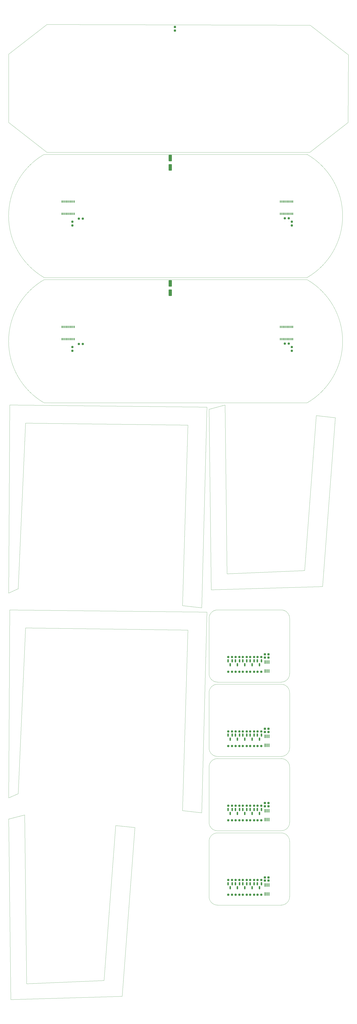
<source format=gbr>
%TF.GenerationSoftware,KiCad,Pcbnew,7.0.6-7.0.6~ubuntu20.04.1*%
%TF.CreationDate,2023-07-11T09:29:22+02:00*%
%TF.ProjectId,output_panel2023-07-11_072908.4244690000,6f757470-7574-45f7-9061-6e656c323032,rev?*%
%TF.SameCoordinates,Original*%
%TF.FileFunction,Paste,Bot*%
%TF.FilePolarity,Positive*%
%FSLAX45Y45*%
G04 Gerber Fmt 4.5, Leading zero omitted, Abs format (unit mm)*
G04 Created by KiCad (PCBNEW 7.0.6-7.0.6~ubuntu20.04.1) date 2023-07-11 09:29:22*
%MOMM*%
%LPD*%
G01*
G04 APERTURE LIST*
G04 Aperture macros list*
%AMRoundRect*
0 Rectangle with rounded corners*
0 $1 Rounding radius*
0 $2 $3 $4 $5 $6 $7 $8 $9 X,Y pos of 4 corners*
0 Add a 4 corners polygon primitive as box body*
4,1,4,$2,$3,$4,$5,$6,$7,$8,$9,$2,$3,0*
0 Add four circle primitives for the rounded corners*
1,1,$1+$1,$2,$3*
1,1,$1+$1,$4,$5*
1,1,$1+$1,$6,$7*
1,1,$1+$1,$8,$9*
0 Add four rect primitives between the rounded corners*
20,1,$1+$1,$2,$3,$4,$5,0*
20,1,$1+$1,$4,$5,$6,$7,0*
20,1,$1+$1,$6,$7,$8,$9,0*
20,1,$1+$1,$8,$9,$2,$3,0*%
G04 Aperture macros list end*
%TA.AperFunction,Profile*%
%ADD10C,0.100000*%
%TD*%
%TA.AperFunction,Profile*%
%ADD11C,0.050000*%
%TD*%
%ADD12RoundRect,0.237500X-0.250000X-0.237500X0.250000X-0.237500X0.250000X0.237500X-0.250000X0.237500X0*%
%ADD13RoundRect,0.150000X-0.150000X0.587500X-0.150000X-0.587500X0.150000X-0.587500X0.150000X0.587500X0*%
%ADD14R,0.400000X1.000000*%
%ADD15RoundRect,0.237500X0.300000X0.237500X-0.300000X0.237500X-0.300000X-0.237500X0.300000X-0.237500X0*%
%ADD16RoundRect,0.237500X0.237500X-0.250000X0.237500X0.250000X-0.237500X0.250000X-0.237500X-0.250000X0*%
%ADD17RoundRect,0.100000X-0.100000X0.712500X-0.100000X-0.712500X0.100000X-0.712500X0.100000X0.712500X0*%
%ADD18RoundRect,0.237500X0.250000X0.237500X-0.250000X0.237500X-0.250000X-0.237500X0.250000X-0.237500X0*%
%ADD19RoundRect,0.237500X-0.237500X0.300000X-0.237500X-0.300000X0.237500X-0.300000X0.237500X0.300000X0*%
%ADD20RoundRect,0.250000X-0.550000X1.250000X-0.550000X-1.250000X0.550000X-1.250000X0.550000X1.250000X0*%
G04 APERTURE END LIST*
D10*
X13299982Y-35019691D02*
X13299982Y-37619691D01*
D11*
X4549997Y-45067694D02*
X899996Y-45217694D01*
X99999Y-17969997D02*
X9399999Y-18069997D01*
D10*
X13299982Y-28019691D02*
X13299982Y-30619691D01*
D11*
X9149999Y-37169688D02*
X8249999Y-37069688D01*
D10*
X13299982Y-38519691D02*
X13299982Y-41119691D01*
X9899982Y-27619691D02*
X12899982Y-27619691D01*
D11*
X14123822Y-17870000D02*
G75*
G03*
X14123822Y-12070000I-1674316J2900000D01*
G01*
D10*
X12899982Y-34519692D02*
G75*
G03*
X13299982Y-34119691I-2J400002D01*
G01*
D11*
X49999Y-26819997D02*
X99999Y-17969997D01*
D10*
X16070000Y-1480000D02*
X16050000Y-4670000D01*
D11*
X1723822Y-12070000D02*
G75*
G03*
X1723822Y-17870000I1674316J-2900000D01*
G01*
D10*
X9499979Y-37619691D02*
G75*
G03*
X9899982Y-38019691I400001J1D01*
G01*
X1723822Y-6170000D02*
X14123822Y-6170000D01*
X1850000Y-50000D02*
X14270000Y-90000D01*
D11*
X49996Y-37467694D02*
X149997Y-45967694D01*
D10*
X9899982Y-34619691D02*
X12899982Y-34619691D01*
D11*
X899996Y-45217694D02*
X799996Y-37267694D01*
D10*
X9899982Y-38119692D02*
G75*
G03*
X9499982Y-38519691I-2J-399998D01*
G01*
D11*
X9399999Y-27719688D02*
X9149999Y-37169688D01*
D10*
X1850000Y-6070000D02*
X50000Y-4670000D01*
X13299979Y-38519691D02*
G75*
G03*
X12899982Y-38119691I-399999J1D01*
G01*
D11*
X499999Y-26619997D02*
X49999Y-26819997D01*
D10*
X14270000Y-90000D02*
X16070000Y-1480000D01*
X1723822Y-17870000D02*
X14123822Y-17870000D01*
X13299979Y-28019691D02*
G75*
G03*
X12899982Y-27619691I-399999J1D01*
G01*
X1723822Y-11970000D02*
X14123822Y-11970000D01*
X9899982Y-31119691D02*
X12899982Y-31119691D01*
D11*
X8499999Y-28569688D02*
X849999Y-28469688D01*
X849999Y-18819997D02*
X499999Y-26619997D01*
D10*
X14250000Y-6070000D02*
X1850000Y-6070000D01*
X1723822Y-12070000D02*
X14123822Y-12070000D01*
D11*
X14123822Y-11970000D02*
G75*
G03*
X14123822Y-6170000I-1674316J2900000D01*
G01*
D10*
X9899982Y-38119691D02*
X12899982Y-38119691D01*
X13299979Y-31519691D02*
G75*
G03*
X12899982Y-31119691I-399999J1D01*
G01*
D11*
X8249999Y-27419997D02*
X8499999Y-18919997D01*
D10*
X16050000Y-4670000D02*
X14250000Y-6070000D01*
X50000Y-1450000D02*
X1850000Y-50000D01*
X13299982Y-31519691D02*
X13299982Y-34119691D01*
X9499979Y-41119691D02*
G75*
G03*
X9899982Y-41519691I400001J1D01*
G01*
D11*
X10349978Y-25918311D02*
X10249978Y-17968311D01*
X9499978Y-18168311D02*
X9599978Y-26668311D01*
D10*
X13299979Y-35019691D02*
G75*
G03*
X12899982Y-34619691I-399999J1D01*
G01*
X9499979Y-30619691D02*
G75*
G03*
X9899982Y-31019691I400001J1D01*
G01*
X12899982Y-38019691D02*
X9899982Y-38019691D01*
D11*
X8249999Y-37069688D02*
X8499999Y-28569688D01*
X499999Y-36269688D02*
X49999Y-36469688D01*
D10*
X12899982Y-41519692D02*
G75*
G03*
X13299982Y-41119691I-2J400002D01*
G01*
D11*
X14549978Y-18468311D02*
X13999978Y-25768311D01*
X5399997Y-45817694D02*
X5999996Y-37867694D01*
X14849978Y-26518311D02*
X15449978Y-18568311D01*
X15449978Y-18568311D02*
X14549978Y-18468311D01*
D10*
X9499982Y-30619691D02*
X9499982Y-28019691D01*
D11*
X9149999Y-27519997D02*
X8249999Y-27419997D01*
D10*
X9499979Y-34119691D02*
G75*
G03*
X9899982Y-34519691I400001J1D01*
G01*
D11*
X13999978Y-25768311D02*
X10349978Y-25918311D01*
D10*
X9499982Y-37619691D02*
X9499982Y-35019691D01*
X9899982Y-34619692D02*
G75*
G03*
X9499982Y-35019691I-2J-399998D01*
G01*
X9899982Y-27619692D02*
G75*
G03*
X9499982Y-28019691I-2J-399998D01*
G01*
X9499982Y-34119691D02*
X9499982Y-31519691D01*
D11*
X49999Y-36469688D02*
X99999Y-27619688D01*
X99999Y-27619688D02*
X9399999Y-27719688D01*
X149997Y-45967694D02*
X5399997Y-45817694D01*
D10*
X12899982Y-34519691D02*
X9899982Y-34519691D01*
D11*
X1723822Y-6170000D02*
G75*
G03*
X1723822Y-11970000I1674316J-2900000D01*
G01*
X849999Y-28469688D02*
X499999Y-36269688D01*
D10*
X9899982Y-31119692D02*
G75*
G03*
X9499982Y-31519691I-2J-399998D01*
G01*
X12899982Y-31019692D02*
G75*
G03*
X13299982Y-30619691I-2J400002D01*
G01*
D11*
X8499999Y-18919997D02*
X849999Y-18819997D01*
D10*
X12899982Y-41519691D02*
X9899982Y-41519691D01*
D11*
X9399999Y-18069997D02*
X9149999Y-27519997D01*
D10*
X50000Y-4670000D02*
X50000Y-1450000D01*
X12899982Y-31019691D02*
X9899982Y-31019691D01*
D11*
X5099997Y-37767694D02*
X4549997Y-45067694D01*
X799996Y-37267694D02*
X49996Y-37467694D01*
D10*
X12899982Y-38019692D02*
G75*
G03*
X13299982Y-37619691I-2J400002D01*
G01*
D11*
X5999996Y-37867694D02*
X5099997Y-37767694D01*
X9599978Y-26668311D02*
X14849978Y-26518311D01*
D10*
X9499982Y-41119691D02*
X9499982Y-38519691D01*
D11*
X10249978Y-17968311D02*
X9499978Y-18168311D01*
D12*
X11093732Y-40339691D03*
X11276232Y-40339691D03*
X10748732Y-37529691D03*
X10931232Y-37529691D03*
X11093732Y-30529691D03*
X11276232Y-30529691D03*
D13*
X10399982Y-33515941D03*
X10589982Y-33515941D03*
X10494982Y-33703441D03*
D12*
X10403732Y-30529691D03*
X10586232Y-30529691D03*
D14*
X13447322Y-14870000D03*
X13382322Y-14870000D03*
X13317322Y-14870000D03*
X13252322Y-14870000D03*
X13187322Y-14870000D03*
X13122322Y-14870000D03*
X13057322Y-14870000D03*
X12992322Y-14870000D03*
X12927322Y-14870000D03*
X12862322Y-14870000D03*
X12862322Y-14290000D03*
X12927322Y-14290000D03*
X12992322Y-14290000D03*
X13057322Y-14290000D03*
X13122322Y-14290000D03*
X13187322Y-14290000D03*
X13252322Y-14290000D03*
X13317322Y-14290000D03*
X13382322Y-14290000D03*
X13447322Y-14290000D03*
D13*
X11434982Y-30015941D03*
X11624982Y-30015941D03*
X11529982Y-30203441D03*
X11434982Y-40515941D03*
X11624982Y-40515941D03*
X11529982Y-40703441D03*
D15*
X12301232Y-36864691D03*
X12128732Y-36864691D03*
D12*
X11438732Y-36839691D03*
X11621232Y-36839691D03*
D15*
X12301232Y-29864691D03*
X12128732Y-29864691D03*
D13*
X11089982Y-33515941D03*
X11279982Y-33515941D03*
X11184982Y-33703441D03*
D12*
X11783732Y-30529691D03*
X11966232Y-30529691D03*
D13*
X11779982Y-40515941D03*
X11969982Y-40515941D03*
X11874982Y-40703441D03*
X10399982Y-37015941D03*
X10589982Y-37015941D03*
X10494982Y-37203441D03*
D12*
X11438732Y-40339691D03*
X11621232Y-40339691D03*
D13*
X11089982Y-37015941D03*
X11279982Y-37015941D03*
X11184982Y-37203441D03*
D15*
X12301232Y-33364691D03*
X12128732Y-33364691D03*
D12*
X11093732Y-33339691D03*
X11276232Y-33339691D03*
D16*
X13404822Y-9521250D03*
X13404822Y-9338750D03*
D12*
X10748732Y-30529691D03*
X10931232Y-30529691D03*
D15*
X12301232Y-40364691D03*
X12128732Y-40364691D03*
D17*
X12128732Y-37073441D03*
X12193732Y-37073441D03*
X12258732Y-37073441D03*
X12323732Y-37073441D03*
X12323732Y-37495941D03*
X12258732Y-37495941D03*
X12193732Y-37495941D03*
X12128732Y-37495941D03*
D13*
X11779982Y-33515941D03*
X11969982Y-33515941D03*
X11874982Y-33703441D03*
X11434982Y-37015941D03*
X11624982Y-37015941D03*
X11529982Y-37203441D03*
D12*
X10748732Y-40339691D03*
X10931232Y-40339691D03*
D15*
X12301232Y-40214691D03*
X12128732Y-40214691D03*
X12301232Y-36714691D03*
X12128732Y-36714691D03*
D12*
X10748732Y-29839691D03*
X10931232Y-29839691D03*
X11783732Y-37529691D03*
X11966232Y-37529691D03*
D15*
X12301232Y-29714691D03*
X12128732Y-29714691D03*
D17*
X12128732Y-33573441D03*
X12193732Y-33573441D03*
X12258732Y-33573441D03*
X12323732Y-33573441D03*
X12323732Y-33995941D03*
X12258732Y-33995941D03*
X12193732Y-33995941D03*
X12128732Y-33995941D03*
D12*
X10403732Y-29839691D03*
X10586232Y-29839691D03*
X11783732Y-33339691D03*
X11966232Y-33339691D03*
X11783732Y-41029691D03*
X11966232Y-41029691D03*
X11093732Y-37529691D03*
X11276232Y-37529691D03*
X11093732Y-29839691D03*
X11276232Y-29839691D03*
D13*
X10744982Y-40515941D03*
X10934982Y-40515941D03*
X10839982Y-40703441D03*
D12*
X10403732Y-37529691D03*
X10586232Y-37529691D03*
D17*
X12128732Y-30073441D03*
X12193732Y-30073441D03*
X12258732Y-30073441D03*
X12323732Y-30073441D03*
X12323732Y-30495941D03*
X12258732Y-30495941D03*
X12193732Y-30495941D03*
X12128732Y-30495941D03*
D13*
X10399982Y-40515941D03*
X10589982Y-40515941D03*
X10494982Y-40703441D03*
D12*
X10403732Y-33339691D03*
X10586232Y-33339691D03*
D16*
X3054822Y-15421250D03*
X3054822Y-15238750D03*
D12*
X10403732Y-41029691D03*
X10586232Y-41029691D03*
X10748732Y-36839691D03*
X10931232Y-36839691D03*
X11438732Y-41029691D03*
X11621232Y-41029691D03*
X10403732Y-36839691D03*
X10586232Y-36839691D03*
X13073572Y-9180000D03*
X13256072Y-9180000D03*
D13*
X10399982Y-30015941D03*
X10589982Y-30015941D03*
X10494982Y-30203441D03*
D18*
X3546072Y-15100000D03*
X3363572Y-15100000D03*
D12*
X11438732Y-33339691D03*
X11621232Y-33339691D03*
X10403732Y-34029691D03*
X10586232Y-34029691D03*
D13*
X11089982Y-30015941D03*
X11279982Y-30015941D03*
X11184982Y-30203441D03*
D12*
X11783732Y-40339691D03*
X11966232Y-40339691D03*
D14*
X3147322Y-14870000D03*
X3082322Y-14870000D03*
X3017322Y-14870000D03*
X2952322Y-14870000D03*
X2887322Y-14870000D03*
X2822322Y-14870000D03*
X2757322Y-14870000D03*
X2692322Y-14870000D03*
X2627322Y-14870000D03*
X2562322Y-14870000D03*
X2562322Y-14290000D03*
X2627322Y-14290000D03*
X2692322Y-14290000D03*
X2757322Y-14290000D03*
X2822322Y-14290000D03*
X2887322Y-14290000D03*
X2952322Y-14290000D03*
X3017322Y-14290000D03*
X3082322Y-14290000D03*
X3147322Y-14290000D03*
D12*
X11093732Y-36839691D03*
X11276232Y-36839691D03*
D19*
X7890000Y-170000D03*
X7890000Y-342500D03*
D12*
X11783732Y-29839691D03*
X11966232Y-29839691D03*
D20*
X7666822Y-6347000D03*
X7666822Y-6787000D03*
D13*
X11089982Y-40515941D03*
X11279982Y-40515941D03*
X11184982Y-40703441D03*
D12*
X10748732Y-33339691D03*
X10931232Y-33339691D03*
D14*
X13447322Y-8970000D03*
X13382322Y-8970000D03*
X13317322Y-8970000D03*
X13252322Y-8970000D03*
X13187322Y-8970000D03*
X13122322Y-8970000D03*
X13057322Y-8970000D03*
X12992322Y-8970000D03*
X12927322Y-8970000D03*
X12862322Y-8970000D03*
X12862322Y-8390000D03*
X12927322Y-8390000D03*
X12992322Y-8390000D03*
X13057322Y-8390000D03*
X13122322Y-8390000D03*
X13187322Y-8390000D03*
X13252322Y-8390000D03*
X13317322Y-8390000D03*
X13382322Y-8390000D03*
X13447322Y-8390000D03*
D13*
X10744982Y-30015941D03*
X10934982Y-30015941D03*
X10839982Y-30203441D03*
D12*
X11438732Y-34029691D03*
X11621232Y-34029691D03*
D16*
X13404822Y-15421250D03*
X13404822Y-15238750D03*
D18*
X3546072Y-9200000D03*
X3363572Y-9200000D03*
D15*
X12301232Y-33214691D03*
X12128732Y-33214691D03*
D12*
X11438732Y-37529691D03*
X11621232Y-37529691D03*
X10748732Y-41029691D03*
X10931232Y-41029691D03*
D13*
X10744982Y-37015941D03*
X10934982Y-37015941D03*
X10839982Y-37203441D03*
D20*
X7666822Y-12247000D03*
X7666822Y-12687000D03*
D17*
X12128732Y-40573441D03*
X12193732Y-40573441D03*
X12258732Y-40573441D03*
X12323732Y-40573441D03*
X12323732Y-40995941D03*
X12258732Y-40995941D03*
X12193732Y-40995941D03*
X12128732Y-40995941D03*
D12*
X11783732Y-36839691D03*
X11966232Y-36839691D03*
X11438732Y-29839691D03*
X11621232Y-29839691D03*
D16*
X3054822Y-9521250D03*
X3054822Y-9338750D03*
D13*
X11779982Y-30015941D03*
X11969982Y-30015941D03*
X11874982Y-30203441D03*
D12*
X11093732Y-34029691D03*
X11276232Y-34029691D03*
D13*
X10744982Y-33515941D03*
X10934982Y-33515941D03*
X10839982Y-33703441D03*
D12*
X11783732Y-34029691D03*
X11966232Y-34029691D03*
D13*
X11434982Y-33515941D03*
X11624982Y-33515941D03*
X11529982Y-33703441D03*
D12*
X10403732Y-40339691D03*
X10586232Y-40339691D03*
D13*
X11779982Y-37015941D03*
X11969982Y-37015941D03*
X11874982Y-37203441D03*
D12*
X11438732Y-30529691D03*
X11621232Y-30529691D03*
X11093732Y-41029691D03*
X11276232Y-41029691D03*
X13073572Y-15080000D03*
X13256072Y-15080000D03*
D14*
X3147322Y-8970000D03*
X3082322Y-8970000D03*
X3017322Y-8970000D03*
X2952322Y-8970000D03*
X2887322Y-8970000D03*
X2822322Y-8970000D03*
X2757322Y-8970000D03*
X2692322Y-8970000D03*
X2627322Y-8970000D03*
X2562322Y-8970000D03*
X2562322Y-8390000D03*
X2627322Y-8390000D03*
X2692322Y-8390000D03*
X2757322Y-8390000D03*
X2822322Y-8390000D03*
X2887322Y-8390000D03*
X2952322Y-8390000D03*
X3017322Y-8390000D03*
X3082322Y-8390000D03*
X3147322Y-8390000D03*
D12*
X10748732Y-34029691D03*
X10931232Y-34029691D03*
M02*

</source>
